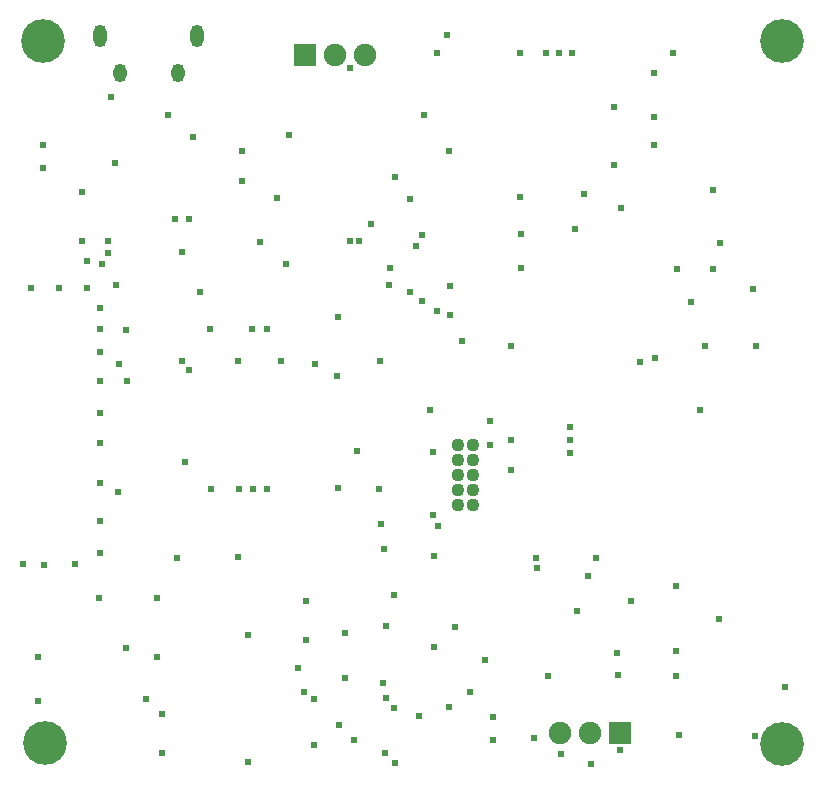
<source format=gbs>
G04*
G04 #@! TF.GenerationSoftware,Altium Limited,Altium Designer,23.1.1 (15)*
G04*
G04 Layer_Color=16711935*
%FSLAX44Y44*%
%MOMM*%
G71*
G04*
G04 #@! TF.SameCoordinates,A7A263A4-54A1-4128-965A-35385578E642*
G04*
G04*
G04 #@! TF.FilePolarity,Negative*
G04*
G01*
G75*
%ADD105C,1.9016*%
%ADD106R,1.9016X1.9016*%
%ADD107C,1.1074*%
%ADD108O,1.1016X1.9016*%
%ADD109O,1.1016X1.5616*%
%ADD110C,3.7016*%
%ADD111C,0.6096*%
D105*
X462280Y33274D02*
D03*
X487680D02*
D03*
X271781Y607090D02*
D03*
X297181D02*
D03*
D106*
X513080Y33274D02*
D03*
X246381Y607090D02*
D03*
D107*
X388366Y226314D02*
D03*
X375666D02*
D03*
Y251714D02*
D03*
Y239014D02*
D03*
X388366Y251714D02*
D03*
Y239014D02*
D03*
Y264414D02*
D03*
Y277114D02*
D03*
X375666Y264414D02*
D03*
Y277114D02*
D03*
D108*
X155023Y622840D02*
D03*
X73023D02*
D03*
D109*
X138273Y592040D02*
D03*
X89773D02*
D03*
D110*
X24008Y618918D02*
D03*
X649732Y619252D02*
D03*
X25654Y24638D02*
D03*
X649732Y23368D02*
D03*
D111*
X442214Y172720D02*
D03*
X111506Y62230D02*
D03*
X625348Y409194D02*
D03*
X573278Y398272D02*
D03*
X585216Y360934D02*
D03*
X627634D02*
D03*
X79756Y439674D02*
D03*
Y449326D02*
D03*
X385826Y67818D02*
D03*
X312166Y75184D02*
D03*
X355055Y105546D02*
D03*
X321564Y54398D02*
D03*
X125476Y16256D02*
D03*
X560578Y81534D02*
D03*
X510794Y82042D02*
D03*
X510540Y100584D02*
D03*
X463296Y14986D02*
D03*
X488442Y7112D02*
D03*
X322326Y7874D02*
D03*
X512572Y18288D02*
D03*
X312674Y188976D02*
D03*
X451986Y81424D02*
D03*
X521970Y145034D02*
D03*
X486156Y165608D02*
D03*
X441882Y181610D02*
D03*
X492252Y181356D02*
D03*
X476250Y136652D02*
D03*
X280162Y79502D02*
D03*
Y117856D02*
D03*
X287528Y27432D02*
D03*
X313944Y16002D02*
D03*
X275082Y39624D02*
D03*
X247411Y112138D02*
D03*
X310388Y209804D02*
D03*
X157163Y406699D02*
D03*
X358648Y208280D02*
D03*
X354255Y217424D02*
D03*
Y270856D02*
D03*
X420878Y281432D02*
D03*
X402899Y297180D02*
D03*
Y277114D02*
D03*
X420624Y256032D02*
D03*
X470154Y270510D02*
D03*
Y281178D02*
D03*
X317500Y412750D02*
D03*
X335073Y406699D02*
D03*
X94234Y105410D02*
D03*
X129953Y556634D02*
D03*
X61214Y432816D02*
D03*
X366268Y624332D02*
D03*
X461263Y608956D02*
D03*
X472263Y609020D02*
D03*
X335398Y485035D02*
D03*
X482092Y489074D02*
D03*
X193191Y525858D02*
D03*
X207776Y449072D02*
D03*
X291966Y449625D02*
D03*
X302260Y463988D02*
D03*
X193191Y500601D02*
D03*
X368237Y525858D02*
D03*
X346941Y556028D02*
D03*
X420624Y361141D02*
D03*
X379180Y364608D02*
D03*
X245263Y67962D02*
D03*
X240167Y88226D02*
D03*
X57213Y491135D02*
D03*
X7620Y176276D02*
D03*
X25146Y175514D02*
D03*
X51562Y176276D02*
D03*
X72390Y185674D02*
D03*
X72773Y212344D02*
D03*
Y244378D02*
D03*
X72390Y278384D02*
D03*
X72773Y304378D02*
D03*
Y331216D02*
D03*
Y355918D02*
D03*
X73023Y375412D02*
D03*
X72773Y392684D02*
D03*
X61508Y410203D02*
D03*
X37555D02*
D03*
X13933D02*
D03*
X309898Y348408D02*
D03*
X189484D02*
D03*
X189953Y239522D02*
D03*
X189484Y181864D02*
D03*
X274320Y240284D02*
D03*
X309172Y239522D02*
D03*
X289975Y271564D02*
D03*
X144883Y262282D02*
D03*
X88138Y237490D02*
D03*
X88413Y345830D02*
D03*
X596846Y129764D02*
D03*
X343116Y47182D02*
D03*
X20066Y60452D02*
D03*
X71628Y147238D02*
D03*
X197948Y8382D02*
D03*
X284139Y449800D02*
D03*
X474613Y459799D02*
D03*
X339934Y445160D02*
D03*
X222453Y486409D02*
D03*
X137813Y180848D02*
D03*
X95504Y331216D02*
D03*
X95023Y374170D02*
D03*
X74213Y429768D02*
D03*
X85863Y412750D02*
D03*
X24008Y530883D02*
D03*
X151398Y537286D02*
D03*
X85023Y516084D02*
D03*
X57213Y449800D02*
D03*
X81953Y571319D02*
D03*
X148336Y340378D02*
D03*
X141853Y348408D02*
D03*
Y440332D02*
D03*
X148336Y467872D02*
D03*
X232845Y539729D02*
D03*
X230508Y429768D02*
D03*
X561488Y425687D02*
D03*
X514096Y477774D02*
D03*
X429006Y455359D02*
D03*
Y426720D02*
D03*
X428263Y487212D02*
D03*
X369062Y411734D02*
D03*
Y387099D02*
D03*
X345435Y398502D02*
D03*
X508032Y563363D02*
D03*
X557956Y608956D02*
D03*
X542036Y530755D02*
D03*
Y554863D02*
D03*
Y591956D02*
D03*
X357806Y390652D02*
D03*
X273978Y385342D02*
D03*
X345435Y455014D02*
D03*
X273330Y335534D02*
D03*
X591820Y493217D02*
D03*
X597662Y447548D02*
D03*
X580800Y306832D02*
D03*
X542742Y350168D02*
D03*
X530199Y347592D02*
D03*
X470333Y292378D02*
D03*
X352044Y306578D02*
D03*
X355055Y183257D02*
D03*
X284226Y596392D02*
D03*
X322662Y503556D02*
D03*
X314706Y62974D02*
D03*
X120489Y147730D02*
D03*
X120659Y97642D02*
D03*
X627380Y30480D02*
D03*
X562610Y31242D02*
D03*
X440177Y28702D02*
D03*
X405192Y27432D02*
D03*
X367859Y54974D02*
D03*
X405638Y46736D02*
D03*
X314706Y123698D02*
D03*
X254762Y345186D02*
D03*
X253673Y22982D02*
D03*
X247411Y144834D02*
D03*
X197866Y115824D02*
D03*
X124714Y49364D02*
D03*
X253673Y61752D02*
D03*
X507559Y513755D02*
D03*
X428263Y608956D02*
D03*
X357806D02*
D03*
X591820Y426212D02*
D03*
X450263Y608956D02*
D03*
X24008Y511246D02*
D03*
X136273Y468276D02*
D03*
X318262Y426720D02*
D03*
X560578Y102764D02*
D03*
Y157764D02*
D03*
X652272Y72136D02*
D03*
X321564Y150216D02*
D03*
X372952Y122546D02*
D03*
X398272Y94620D02*
D03*
X225953Y348408D02*
D03*
X213953Y375412D02*
D03*
X165953D02*
D03*
X201558D02*
D03*
X213953Y239522D02*
D03*
X201953D02*
D03*
X166370D02*
D03*
X20066Y97472D02*
D03*
M02*

</source>
